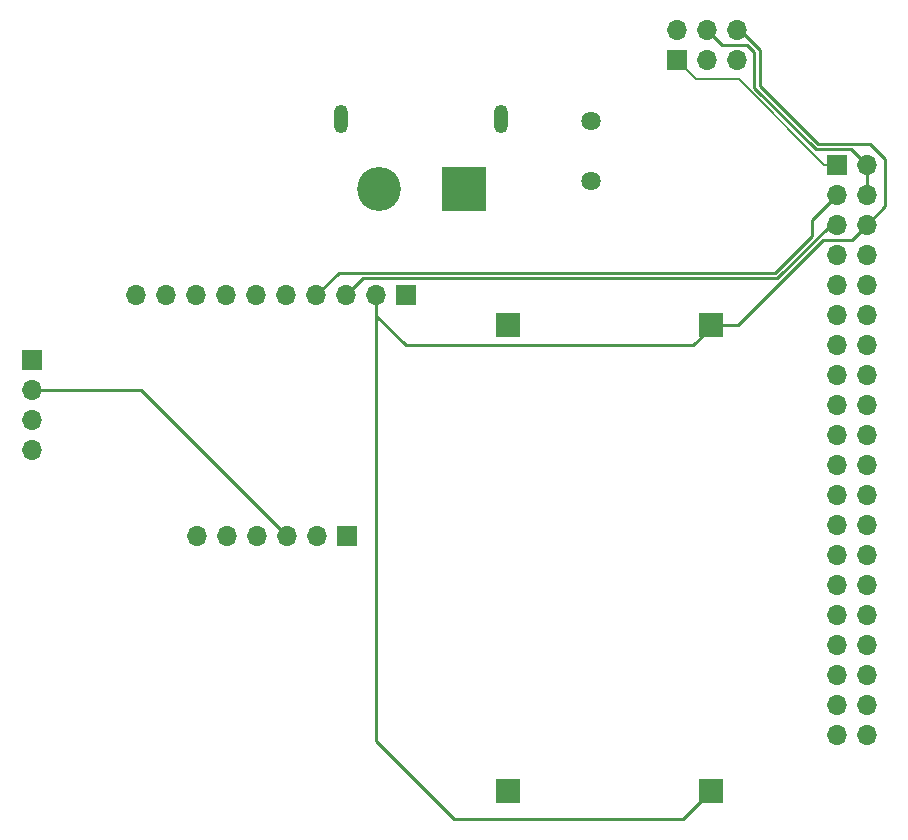
<source format=gbr>
%TF.GenerationSoftware,KiCad,Pcbnew,7.0.2-0*%
%TF.CreationDate,2024-03-04T15:55:28-05:00*%
%TF.ProjectId,Pi_HAT_V5_Simple,50695f48-4154-45f5-9635-5f53696d706c,rev?*%
%TF.SameCoordinates,Original*%
%TF.FileFunction,Copper,L2,Bot*%
%TF.FilePolarity,Positive*%
%FSLAX46Y46*%
G04 Gerber Fmt 4.6, Leading zero omitted, Abs format (unit mm)*
G04 Created by KiCad (PCBNEW 7.0.2-0) date 2024-03-04 15:55:28*
%MOMM*%
%LPD*%
G01*
G04 APERTURE LIST*
%TA.AperFunction,ComponentPad*%
%ADD10R,2.000000X2.000000*%
%TD*%
%TA.AperFunction,ComponentPad*%
%ADD11R,1.700000X1.700000*%
%TD*%
%TA.AperFunction,ComponentPad*%
%ADD12O,1.700000X1.700000*%
%TD*%
%TA.AperFunction,ComponentPad*%
%ADD13C,1.635000*%
%TD*%
%TA.AperFunction,ComponentPad*%
%ADD14R,3.716000X3.716000*%
%TD*%
%TA.AperFunction,ComponentPad*%
%ADD15C,3.716000*%
%TD*%
%TA.AperFunction,ComponentPad*%
%ADD16O,1.200000X2.400000*%
%TD*%
%TA.AperFunction,Conductor*%
%ADD17C,0.250000*%
%TD*%
%TA.AperFunction,Conductor*%
%ADD18C,0.200000*%
%TD*%
G04 APERTURE END LIST*
D10*
%TO.P,U1,1,IN+*%
%TO.N,GND*%
X140309600Y-132410200D03*
%TO.P,U1,2,IN-*%
%TO.N,/12Vout*%
X123143600Y-132422600D03*
%TO.P,U1,3,OUT+*%
%TO.N,GND*%
X140309600Y-92938600D03*
%TO.P,U1,4,OUT-*%
%TO.N,/5V*%
X123139200Y-92938600D03*
%TD*%
D11*
%TO.P,J4,1,Pin_1*%
%TO.N,/3.3V*%
X109500000Y-110800000D03*
D12*
%TO.P,J4,2,Pin_2*%
%TO.N,unconnected-(J4-Pin_2-Pad2)*%
X106960000Y-110800000D03*
%TO.P,J4,3,Pin_3*%
%TO.N,GND*%
X104420000Y-110800000D03*
%TO.P,J4,4,Pin_4*%
%TO.N,/SCL*%
X101880000Y-110800000D03*
%TO.P,J4,5,Pin_5*%
%TO.N,/SDA*%
X99340000Y-110800000D03*
%TO.P,J4,6,Pin_6*%
%TO.N,unconnected-(J4-Pin_6-Pad6)*%
X96800000Y-110800000D03*
%TD*%
D13*
%TO.P,S1,1,1*%
%TO.N,/12Vin*%
X130149600Y-80746600D03*
%TO.P,S1,3,3*%
%TO.N,/12Vout*%
X130149600Y-75666600D03*
%TD*%
D11*
%TO.P,J3,1,Pin_1*%
%TO.N,/3.3V*%
X137475000Y-70525000D03*
D12*
%TO.P,J3,2,Pin_2*%
%TO.N,/5V*%
X137475000Y-67985000D03*
%TO.P,J3,3,Pin_3*%
%TO.N,/SDA*%
X140015000Y-70525000D03*
%TO.P,J3,4,Pin_4*%
%TO.N,/5V*%
X140015000Y-67985000D03*
%TO.P,J3,5,Pin_5*%
%TO.N,/SCL*%
X142555000Y-70525000D03*
%TO.P,J3,6,Pin_6*%
%TO.N,GND*%
X142555000Y-67985000D03*
%TD*%
D11*
%TO.P,J1,1,Pin_1*%
%TO.N,/3.3V*%
X114528400Y-90450000D03*
D12*
%TO.P,J1,2,Pin_2*%
%TO.N,GND*%
X111988400Y-90450000D03*
%TO.P,J1,3,Pin_3*%
%TO.N,/SCL*%
X109448400Y-90450000D03*
%TO.P,J1,4,Pin_4*%
%TO.N,/SDA*%
X106908400Y-90450000D03*
%TO.P,J1,5,Pin_5*%
%TO.N,unconnected-(J1-Pin_5-Pad5)*%
X104368400Y-90450000D03*
%TO.P,J1,6,Pin_6*%
%TO.N,unconnected-(J1-Pin_6-Pad6)*%
X101828400Y-90450000D03*
%TO.P,J1,7,Pin_7*%
%TO.N,unconnected-(J1-Pin_7-Pad7)*%
X99288400Y-90450000D03*
%TO.P,J1,8,Pin_8*%
%TO.N,unconnected-(J1-Pin_8-Pad8)*%
X96748400Y-90450000D03*
%TO.P,J1,9,Pin_9*%
%TO.N,unconnected-(J1-Pin_9-Pad9)*%
X94208400Y-90450000D03*
%TO.P,J1,10,Pin_10*%
%TO.N,unconnected-(J1-Pin_10-Pad10)*%
X91668400Y-90450000D03*
%TD*%
D11*
%TO.P,J2,1,Pin_1*%
%TO.N,/3.3V*%
X151000000Y-79400000D03*
D12*
%TO.P,J2,2,Pin_2*%
%TO.N,/5V*%
X153540000Y-79400000D03*
%TO.P,J2,3,Pin_3*%
%TO.N,/SDA*%
X151000000Y-81940000D03*
%TO.P,J2,4,Pin_4*%
%TO.N,/5V*%
X153540000Y-81940000D03*
%TO.P,J2,5,Pin_5*%
%TO.N,/SCL*%
X151000000Y-84480000D03*
%TO.P,J2,6,Pin_6*%
%TO.N,GND*%
X153540000Y-84480000D03*
%TO.P,J2,7,Pin_7*%
%TO.N,unconnected-(J2-Pin_7-Pad7)*%
X151000000Y-87020000D03*
%TO.P,J2,8,Pin_8*%
%TO.N,unconnected-(J2-Pin_8-Pad8)*%
X153540000Y-87020000D03*
%TO.P,J2,9,Pin_9*%
%TO.N,unconnected-(J2-Pin_9-Pad9)*%
X151000000Y-89560000D03*
%TO.P,J2,10,Pin_10*%
%TO.N,unconnected-(J2-Pin_10-Pad10)*%
X153540000Y-89560000D03*
%TO.P,J2,11,Pin_11*%
%TO.N,unconnected-(J2-Pin_11-Pad11)*%
X151000000Y-92100000D03*
%TO.P,J2,12,Pin_12*%
%TO.N,unconnected-(J2-Pin_12-Pad12)*%
X153540000Y-92100000D03*
%TO.P,J2,13,Pin_13*%
%TO.N,unconnected-(J2-Pin_13-Pad13)*%
X151000000Y-94640000D03*
%TO.P,J2,14,Pin_14*%
%TO.N,unconnected-(J2-Pin_14-Pad14)*%
X153540000Y-94640000D03*
%TO.P,J2,15,Pin_15*%
%TO.N,unconnected-(J2-Pin_15-Pad15)*%
X151000000Y-97180000D03*
%TO.P,J2,16,Pin_16*%
%TO.N,unconnected-(J2-Pin_16-Pad16)*%
X153540000Y-97180000D03*
%TO.P,J2,17,Pin_17*%
%TO.N,unconnected-(J2-Pin_17-Pad17)*%
X151000000Y-99720000D03*
%TO.P,J2,18,Pin_18*%
%TO.N,unconnected-(J2-Pin_18-Pad18)*%
X153540000Y-99720000D03*
%TO.P,J2,19,Pin_19*%
%TO.N,unconnected-(J2-Pin_19-Pad19)*%
X151000000Y-102260000D03*
%TO.P,J2,20,Pin_20*%
%TO.N,unconnected-(J2-Pin_20-Pad20)*%
X153540000Y-102260000D03*
%TO.P,J2,21,Pin_21*%
%TO.N,unconnected-(J2-Pin_21-Pad21)*%
X151000000Y-104800000D03*
%TO.P,J2,22,Pin_22*%
%TO.N,unconnected-(J2-Pin_22-Pad22)*%
X153540000Y-104800000D03*
%TO.P,J2,23,Pin_23*%
%TO.N,unconnected-(J2-Pin_23-Pad23)*%
X151000000Y-107340000D03*
%TO.P,J2,24,Pin_24*%
%TO.N,unconnected-(J2-Pin_24-Pad24)*%
X153540000Y-107340000D03*
%TO.P,J2,25,Pin_25*%
%TO.N,unconnected-(J2-Pin_25-Pad25)*%
X151000000Y-109880000D03*
%TO.P,J2,26,Pin_26*%
%TO.N,unconnected-(J2-Pin_26-Pad26)*%
X153540000Y-109880000D03*
%TO.P,J2,27,Pin_27*%
%TO.N,unconnected-(J2-Pin_27-Pad27)*%
X151000000Y-112420000D03*
%TO.P,J2,28,Pin_28*%
%TO.N,unconnected-(J2-Pin_28-Pad28)*%
X153540000Y-112420000D03*
%TO.P,J2,29,Pin_29*%
%TO.N,unconnected-(J2-Pin_29-Pad29)*%
X151000000Y-114960000D03*
%TO.P,J2,30,Pin_30*%
%TO.N,unconnected-(J2-Pin_30-Pad30)*%
X153540000Y-114960000D03*
%TO.P,J2,31,Pin_31*%
%TO.N,unconnected-(J2-Pin_31-Pad31)*%
X151000000Y-117500000D03*
%TO.P,J2,32,Pin_32*%
%TO.N,unconnected-(J2-Pin_32-Pad32)*%
X153540000Y-117500000D03*
%TO.P,J2,33,Pin_33*%
%TO.N,unconnected-(J2-Pin_33-Pad33)*%
X151000000Y-120040000D03*
%TO.P,J2,34,Pin_34*%
%TO.N,unconnected-(J2-Pin_34-Pad34)*%
X153540000Y-120040000D03*
%TO.P,J2,35,Pin_35*%
%TO.N,unconnected-(J2-Pin_35-Pad35)*%
X151000000Y-122580000D03*
%TO.P,J2,36,Pin_36*%
%TO.N,unconnected-(J2-Pin_36-Pad36)*%
X153540000Y-122580000D03*
%TO.P,J2,37,Pin_37*%
%TO.N,unconnected-(J2-Pin_37-Pad37)*%
X151000000Y-125120000D03*
%TO.P,J2,38,Pin_38*%
%TO.N,unconnected-(J2-Pin_38-Pad38)*%
X153540000Y-125120000D03*
%TO.P,J2,39,Pin_39*%
%TO.N,unconnected-(J2-Pin_39-Pad39)*%
X151000000Y-127660000D03*
%TO.P,J2,40,Pin_40*%
%TO.N,unconnected-(J2-Pin_40-Pad40)*%
X153540000Y-127660000D03*
%TD*%
D14*
%TO.P,J5,1,+*%
%TO.N,/12Vin*%
X119398600Y-81489200D03*
D15*
%TO.P,J5,2,-*%
%TO.N,GND*%
X112198600Y-81489200D03*
D16*
%TO.P,J5,S1*%
%TO.N,N/C*%
X122548600Y-75489200D03*
%TO.P,J5,S2*%
X109048600Y-75489200D03*
%TD*%
D11*
%TO.P,J7,1,Pin_1*%
%TO.N,/12Vout*%
X82829400Y-95935800D03*
D12*
%TO.P,J7,2,Pin_2*%
%TO.N,GND*%
X82829400Y-98475800D03*
%TO.P,J7,3,Pin_3*%
%TO.N,/SDA*%
X82829400Y-101015800D03*
%TO.P,J7,4,Pin_4*%
%TO.N,/SCL*%
X82829400Y-103555800D03*
%TD*%
D17*
%TO.N,GND*%
X111988400Y-90450000D02*
X111988400Y-92188400D01*
X111988400Y-92188400D02*
X114500000Y-94700000D01*
X114500000Y-94700000D02*
X138800000Y-94700000D01*
X138800000Y-94700000D02*
X140309600Y-93190400D01*
X140309600Y-93190400D02*
X140309600Y-92938600D01*
%TO.N,/SDA*%
X106908400Y-90450000D02*
X108808400Y-88550000D01*
X108808400Y-88550000D02*
X145777208Y-88550000D01*
X145777208Y-88550000D02*
X148900000Y-85427208D01*
X148900000Y-85427208D02*
X148900000Y-84040000D01*
X148900000Y-84040000D02*
X151000000Y-81940000D01*
%TO.N,/SCL*%
X109448400Y-90450000D02*
X110898400Y-89000000D01*
X110898400Y-89000000D02*
X145963604Y-89000000D01*
X150483604Y-84480000D02*
X151000000Y-84480000D01*
X145963604Y-89000000D02*
X150483604Y-84480000D01*
%TO.N,GND*%
X111988400Y-128188400D02*
X118550000Y-134750000D01*
X111988400Y-90450000D02*
X111988400Y-128188400D01*
X118550000Y-134750000D02*
X137969800Y-134750000D01*
X137969800Y-134750000D02*
X140309600Y-132410200D01*
X140309600Y-92938600D02*
X142661400Y-92938600D01*
X142661400Y-92938600D02*
X149850000Y-85750000D01*
X152270000Y-85750000D02*
X153540000Y-84480000D01*
X149850000Y-85750000D02*
X152270000Y-85750000D01*
X82829400Y-98475800D02*
X92095800Y-98475800D01*
X92095800Y-98475800D02*
X104420000Y-110800000D01*
D18*
%TO.N,/3.3V*%
X142702022Y-72150000D02*
X149952022Y-79400000D01*
X139100000Y-72150000D02*
X142702022Y-72150000D01*
X137475000Y-70525000D02*
X139100000Y-72150000D01*
X149952022Y-79400000D02*
X151000000Y-79400000D01*
D17*
%TO.N,GND*%
X149393658Y-77604200D02*
X153804200Y-77604200D01*
X144505129Y-72715671D02*
X149393658Y-77604200D01*
X142789396Y-67985000D02*
X144505129Y-69700733D01*
X155117800Y-82902200D02*
X153540000Y-84480000D01*
X142555000Y-67985000D02*
X142789396Y-67985000D01*
X144505129Y-69700733D02*
X144505129Y-72715671D01*
X153804200Y-77604200D02*
X155117800Y-78917800D01*
X155117800Y-78917800D02*
X155117800Y-82902200D01*
%TO.N,/5V*%
X144018000Y-72864938D02*
X144018000Y-69850000D01*
X141295800Y-69265800D02*
X140015000Y-67985000D01*
X152194200Y-78054200D02*
X149207262Y-78054200D01*
X143433800Y-69265800D02*
X141295800Y-69265800D01*
X153540000Y-81940000D02*
X153540000Y-79400000D01*
X144018000Y-69850000D02*
X143433800Y-69265800D01*
X149207262Y-78054200D02*
X144018000Y-72864938D01*
X153540000Y-79400000D02*
X152194200Y-78054200D01*
%TD*%
M02*

</source>
